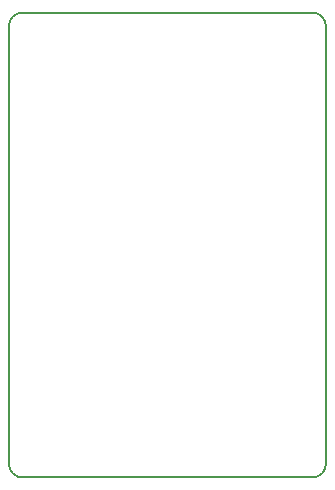
<source format=gbr>
G04 #@! TF.FileFunction,Profile,NP*
%FSLAX46Y46*%
G04 Gerber Fmt 4.6, Leading zero omitted, Abs format (unit mm)*
G04 Created by KiCad (PCBNEW 4.0.6) date 06/16/19 22:16:32*
%MOMM*%
%LPD*%
G01*
G04 APERTURE LIST*
%ADD10C,0.100000*%
%ADD11C,0.150000*%
G04 APERTURE END LIST*
D10*
D11*
X193850000Y-121651086D02*
G75*
G03X195000000Y-120450000I0J1151086D01*
G01*
X195000000Y-83450000D02*
G75*
G03X193798914Y-82300000I-1151086J0D01*
G01*
X169300000Y-82298914D02*
G75*
G03X168150000Y-83500000I0J-1151086D01*
G01*
X168150000Y-120500000D02*
G75*
G03X169351086Y-121650000I1151086J0D01*
G01*
X168150000Y-83500000D02*
X168150000Y-120550000D01*
X193750000Y-82300000D02*
X169300000Y-82298914D01*
X195000000Y-120450000D02*
X195000000Y-83450000D01*
X169300000Y-121650000D02*
X193850000Y-121650000D01*
M02*

</source>
